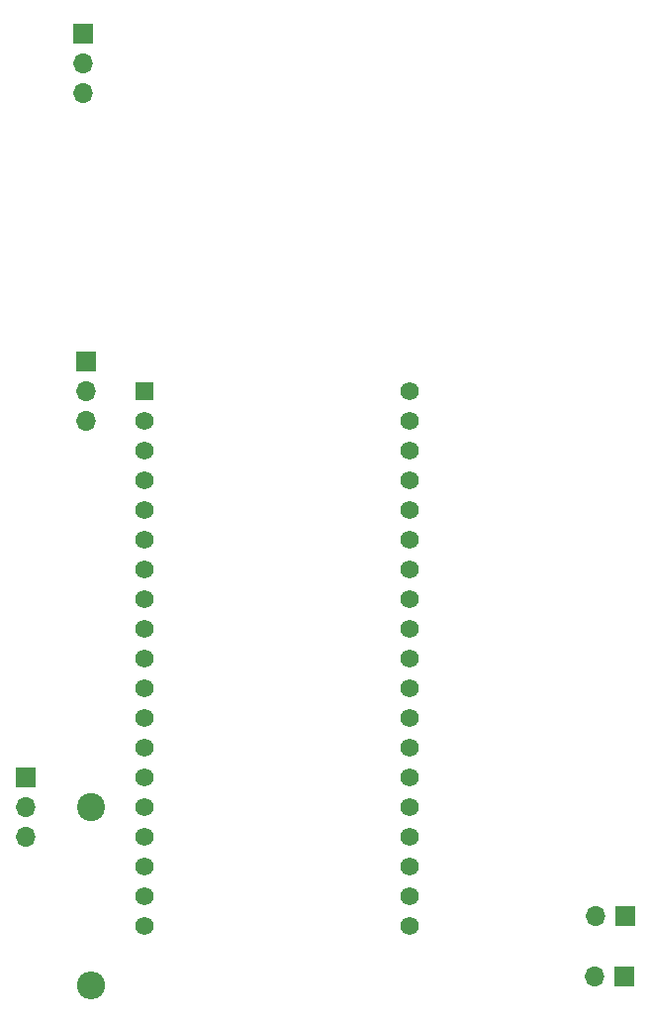
<source format=gbr>
%TF.GenerationSoftware,KiCad,Pcbnew,8.0.1*%
%TF.CreationDate,2024-04-10T08:00:09+05:30*%
%TF.ProjectId,AquaSense,41717561-5365-46e7-9365-2e6b69636164,V 1.0*%
%TF.SameCoordinates,Original*%
%TF.FileFunction,Copper,L2,Bot*%
%TF.FilePolarity,Positive*%
%FSLAX46Y46*%
G04 Gerber Fmt 4.6, Leading zero omitted, Abs format (unit mm)*
G04 Created by KiCad (PCBNEW 8.0.1) date 2024-04-10 08:00:09*
%MOMM*%
%LPD*%
G01*
G04 APERTURE LIST*
%TA.AperFunction,ComponentPad*%
%ADD10R,1.700000X1.700000*%
%TD*%
%TA.AperFunction,ComponentPad*%
%ADD11O,1.700000X1.700000*%
%TD*%
%TA.AperFunction,ComponentPad*%
%ADD12R,1.560000X1.560000*%
%TD*%
%TA.AperFunction,ComponentPad*%
%ADD13C,1.560000*%
%TD*%
%TA.AperFunction,ComponentPad*%
%ADD14C,2.400000*%
%TD*%
%TA.AperFunction,ComponentPad*%
%ADD15O,2.400000X2.400000*%
%TD*%
G04 APERTURE END LIST*
D10*
%TO.P,J5,1,Pin_1*%
%TO.N,gnd*%
X44072000Y-58005000D03*
D11*
%TO.P,J5,2,Pin_2*%
%TO.N,Net-(J1-Pin_2)*%
X44072000Y-60545000D03*
%TO.P,J5,3,Pin_3*%
%TO.N,Net-(J1-Pin_3)*%
X44072000Y-63085000D03*
%TD*%
D10*
%TO.P,J2,1,Pin_1*%
%TO.N,gnd*%
X39119000Y-121585000D03*
D11*
%TO.P,J2,2,Pin_2*%
%TO.N,Net-(J2-Pin_2)*%
X39119000Y-124125000D03*
%TO.P,J2,3,Pin_3*%
%TO.N,Net-(J2-Pin_3)*%
X39119000Y-126665000D03*
%TD*%
D12*
%TO.P,U1,J2-1,3V3*%
%TO.N,Net-(J1-Pin_2)*%
X49342000Y-88565000D03*
D13*
%TO.P,U1,J2-2,EN*%
%TO.N,unconnected-(U1-EN-PadJ2-2)*%
X49342000Y-91105000D03*
%TO.P,U1,J2-3,SENSOR_VP*%
%TO.N,Net-(J1-Pin_3)*%
X49342000Y-93645000D03*
%TO.P,U1,J2-4,SENSOR_VN*%
%TO.N,unconnected-(U1-SENSOR_VN-PadJ2-4)*%
X49342000Y-96185000D03*
%TO.P,U1,J2-5,IO34*%
%TO.N,unconnected-(U1-IO34-PadJ2-5)*%
X49342000Y-98725000D03*
%TO.P,U1,J2-6,IO35*%
%TO.N,unconnected-(U1-IO35-PadJ2-6)*%
X49342000Y-101265000D03*
%TO.P,U1,J2-7,IO32*%
%TO.N,unconnected-(U1-IO32-PadJ2-7)*%
X49342000Y-103805000D03*
%TO.P,U1,J2-8,IO33*%
%TO.N,unconnected-(U1-IO33-PadJ2-8)*%
X49342000Y-106345000D03*
%TO.P,U1,J2-9,IO25*%
%TO.N,unconnected-(U1-IO25-PadJ2-9)*%
X49342000Y-108885000D03*
%TO.P,U1,J2-10,IO26*%
%TO.N,unconnected-(U1-IO26-PadJ2-10)*%
X49342000Y-111425000D03*
%TO.P,U1,J2-11,IO27*%
%TO.N,unconnected-(U1-IO27-PadJ2-11)*%
X49342000Y-113965000D03*
%TO.P,U1,J2-12,IO14*%
%TO.N,unconnected-(U1-IO14-PadJ2-12)*%
X49342000Y-116505000D03*
%TO.P,U1,J2-13,IO12*%
%TO.N,unconnected-(U1-IO12-PadJ2-13)*%
X49342000Y-119045000D03*
%TO.P,U1,J2-14,GND1*%
%TO.N,gnd*%
X49342000Y-121585000D03*
%TO.P,U1,J2-15,IO13*%
%TO.N,Net-(J2-Pin_2)*%
X49342000Y-124125000D03*
%TO.P,U1,J2-16,SD2*%
%TO.N,unconnected-(U1-SD2-PadJ2-16)*%
X49342000Y-126665000D03*
%TO.P,U1,J2-17,SD3*%
%TO.N,unconnected-(U1-SD3-PadJ2-17)*%
X49342000Y-129205000D03*
%TO.P,U1,J2-18,CMD*%
%TO.N,unconnected-(U1-CMD-PadJ2-18)*%
X49342000Y-131745000D03*
%TO.P,U1,J2-19,EXT_5V*%
%TO.N,Net-(J2-Pin_3)*%
X49342000Y-134285000D03*
%TO.P,U1,J3-1,GND3*%
%TO.N,gnd*%
X72012000Y-88565000D03*
%TO.P,U1,J3-2,IO23*%
%TO.N,unconnected-(U1-IO23-PadJ3-2)*%
X72012000Y-91105000D03*
%TO.P,U1,J3-3,IO22*%
%TO.N,unconnected-(U1-IO22-PadJ3-3)*%
X72012000Y-93645000D03*
%TO.P,U1,J3-4,TXD0*%
%TO.N,unconnected-(U1-TXD0-PadJ3-4)*%
X72012000Y-96185000D03*
%TO.P,U1,J3-5,RXD0*%
%TO.N,unconnected-(U1-RXD0-PadJ3-5)*%
X72012000Y-98725000D03*
%TO.P,U1,J3-6,IO21*%
%TO.N,unconnected-(U1-IO21-PadJ3-6)*%
X72012000Y-101265000D03*
%TO.P,U1,J3-7,GND2*%
%TO.N,unconnected-(U1-GND2-PadJ3-7)*%
X72012000Y-103805000D03*
%TO.P,U1,J3-8,IO19*%
%TO.N,unconnected-(U1-IO19-PadJ3-8)*%
X72012000Y-106345000D03*
%TO.P,U1,J3-9,IO18*%
%TO.N,unconnected-(U1-IO18-PadJ3-9)*%
X72012000Y-108885000D03*
%TO.P,U1,J3-10,IO5*%
%TO.N,unconnected-(U1-IO5-PadJ3-10)*%
X72012000Y-111425000D03*
%TO.P,U1,J3-11,IO17*%
%TO.N,unconnected-(U1-IO17-PadJ3-11)*%
X72012000Y-113965000D03*
%TO.P,U1,J3-12,IO16*%
%TO.N,unconnected-(U1-IO16-PadJ3-12)*%
X72012000Y-116505000D03*
%TO.P,U1,J3-13,IO4*%
%TO.N,unconnected-(U1-IO4-PadJ3-13)*%
X72012000Y-119045000D03*
%TO.P,U1,J3-14,IO0*%
%TO.N,unconnected-(U1-IO0-PadJ3-14)*%
X72012000Y-121585000D03*
%TO.P,U1,J3-15,IO2*%
%TO.N,unconnected-(U1-IO2-PadJ3-15)*%
X72012000Y-124125000D03*
%TO.P,U1,J3-16,IO15*%
%TO.N,unconnected-(U1-IO15-PadJ3-16)*%
X72012000Y-126665000D03*
%TO.P,U1,J3-17,SD1*%
%TO.N,unconnected-(U1-SD1-PadJ3-17)*%
X72012000Y-129205000D03*
%TO.P,U1,J3-18,SD0*%
%TO.N,unconnected-(U1-SD0-PadJ3-18)*%
X72012000Y-131745000D03*
%TO.P,U1,J3-19,CLK*%
%TO.N,unconnected-(U1-CLK-PadJ3-19)*%
X72012000Y-134285000D03*
%TD*%
D10*
%TO.P,J4,1,Pin_1*%
%TO.N,vcc*%
X90358000Y-138622000D03*
D11*
%TO.P,J4,2,Pin_2*%
%TO.N,gnd*%
X87818000Y-138622000D03*
%TD*%
D10*
%TO.P,J3,1,Pin_1*%
%TO.N,vcc*%
X90448000Y-133442000D03*
D11*
%TO.P,J3,2,Pin_2*%
%TO.N,gnd*%
X87908000Y-133442000D03*
%TD*%
D14*
%TO.P,R1,1*%
%TO.N,Net-(J2-Pin_2)*%
X44707000Y-124125000D03*
D15*
%TO.P,R1,2*%
%TO.N,Net-(J2-Pin_3)*%
X44707000Y-139365000D03*
%TD*%
D10*
%TO.P,J1,1,Pin_1*%
%TO.N,gnd*%
X44326000Y-86025000D03*
D11*
%TO.P,J1,2,Pin_2*%
%TO.N,Net-(J1-Pin_2)*%
X44326000Y-88565000D03*
%TO.P,J1,3,Pin_3*%
%TO.N,Net-(J1-Pin_3)*%
X44326000Y-91105000D03*
%TD*%
M02*

</source>
